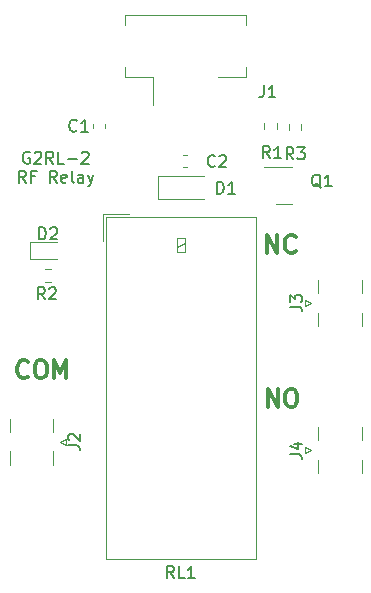
<source format=gbr>
%TF.GenerationSoftware,KiCad,Pcbnew,(6.0.1)*%
%TF.CreationDate,2022-02-11T18:33:40+00:00*%
%TF.ProjectId,Relay_RF_G2RL,52656c61-795f-4524-965f-4732524c2e6b,rev?*%
%TF.SameCoordinates,Original*%
%TF.FileFunction,Legend,Top*%
%TF.FilePolarity,Positive*%
%FSLAX46Y46*%
G04 Gerber Fmt 4.6, Leading zero omitted, Abs format (unit mm)*
G04 Created by KiCad (PCBNEW (6.0.1)) date 2022-02-11 18:33:40*
%MOMM*%
%LPD*%
G01*
G04 APERTURE LIST*
%ADD10C,0.150000*%
%ADD11C,0.300000*%
%ADD12C,0.120000*%
G04 APERTURE END LIST*
D10*
X101798714Y-112258400D02*
X101703476Y-112210780D01*
X101560619Y-112210780D01*
X101417761Y-112258400D01*
X101322523Y-112353638D01*
X101274904Y-112448876D01*
X101227285Y-112639352D01*
X101227285Y-112782209D01*
X101274904Y-112972685D01*
X101322523Y-113067923D01*
X101417761Y-113163161D01*
X101560619Y-113210780D01*
X101655857Y-113210780D01*
X101798714Y-113163161D01*
X101846333Y-113115542D01*
X101846333Y-112782209D01*
X101655857Y-112782209D01*
X102227285Y-112306019D02*
X102274904Y-112258400D01*
X102370142Y-112210780D01*
X102608238Y-112210780D01*
X102703476Y-112258400D01*
X102751095Y-112306019D01*
X102798714Y-112401257D01*
X102798714Y-112496495D01*
X102751095Y-112639352D01*
X102179666Y-113210780D01*
X102798714Y-113210780D01*
X103798714Y-113210780D02*
X103465380Y-112734590D01*
X103227285Y-113210780D02*
X103227285Y-112210780D01*
X103608238Y-112210780D01*
X103703476Y-112258400D01*
X103751095Y-112306019D01*
X103798714Y-112401257D01*
X103798714Y-112544114D01*
X103751095Y-112639352D01*
X103703476Y-112686971D01*
X103608238Y-112734590D01*
X103227285Y-112734590D01*
X104703476Y-113210780D02*
X104227285Y-113210780D01*
X104227285Y-112210780D01*
X105036809Y-112829828D02*
X105798714Y-112829828D01*
X106227285Y-112306019D02*
X106274904Y-112258400D01*
X106370142Y-112210780D01*
X106608238Y-112210780D01*
X106703476Y-112258400D01*
X106751095Y-112306019D01*
X106798714Y-112401257D01*
X106798714Y-112496495D01*
X106751095Y-112639352D01*
X106179666Y-113210780D01*
X106798714Y-113210780D01*
X101489190Y-114820780D02*
X101155857Y-114344590D01*
X100917761Y-114820780D02*
X100917761Y-113820780D01*
X101298714Y-113820780D01*
X101393952Y-113868400D01*
X101441571Y-113916019D01*
X101489190Y-114011257D01*
X101489190Y-114154114D01*
X101441571Y-114249352D01*
X101393952Y-114296971D01*
X101298714Y-114344590D01*
X100917761Y-114344590D01*
X102251095Y-114296971D02*
X101917761Y-114296971D01*
X101917761Y-114820780D02*
X101917761Y-113820780D01*
X102393952Y-113820780D01*
X104108238Y-114820780D02*
X103774904Y-114344590D01*
X103536809Y-114820780D02*
X103536809Y-113820780D01*
X103917761Y-113820780D01*
X104013000Y-113868400D01*
X104060619Y-113916019D01*
X104108238Y-114011257D01*
X104108238Y-114154114D01*
X104060619Y-114249352D01*
X104013000Y-114296971D01*
X103917761Y-114344590D01*
X103536809Y-114344590D01*
X104917761Y-114773161D02*
X104822523Y-114820780D01*
X104632047Y-114820780D01*
X104536809Y-114773161D01*
X104489190Y-114677923D01*
X104489190Y-114296971D01*
X104536809Y-114201733D01*
X104632047Y-114154114D01*
X104822523Y-114154114D01*
X104917761Y-114201733D01*
X104965380Y-114296971D01*
X104965380Y-114392209D01*
X104489190Y-114487447D01*
X105536809Y-114820780D02*
X105441571Y-114773161D01*
X105393952Y-114677923D01*
X105393952Y-113820780D01*
X106346333Y-114820780D02*
X106346333Y-114296971D01*
X106298714Y-114201733D01*
X106203476Y-114154114D01*
X106013000Y-114154114D01*
X105917761Y-114201733D01*
X106346333Y-114773161D02*
X106251095Y-114820780D01*
X106013000Y-114820780D01*
X105917761Y-114773161D01*
X105870142Y-114677923D01*
X105870142Y-114582685D01*
X105917761Y-114487447D01*
X106013000Y-114439828D01*
X106251095Y-114439828D01*
X106346333Y-114392209D01*
X106727285Y-114154114D02*
X106965380Y-114820780D01*
X107203476Y-114154114D02*
X106965380Y-114820780D01*
X106870142Y-115058876D01*
X106822523Y-115106495D01*
X106727285Y-115154114D01*
D11*
X121950314Y-133825371D02*
X121950314Y-132325371D01*
X122807457Y-133825371D01*
X122807457Y-132325371D01*
X123807457Y-132325371D02*
X124093171Y-132325371D01*
X124236028Y-132396800D01*
X124378885Y-132539657D01*
X124450314Y-132825371D01*
X124450314Y-133325371D01*
X124378885Y-133611085D01*
X124236028Y-133753942D01*
X124093171Y-133825371D01*
X123807457Y-133825371D01*
X123664600Y-133753942D01*
X123521742Y-133611085D01*
X123450314Y-133325371D01*
X123450314Y-132825371D01*
X123521742Y-132539657D01*
X123664600Y-132396800D01*
X123807457Y-132325371D01*
X101666028Y-131244114D02*
X101594600Y-131315542D01*
X101380314Y-131386971D01*
X101237457Y-131386971D01*
X101023171Y-131315542D01*
X100880314Y-131172685D01*
X100808885Y-131029828D01*
X100737457Y-130744114D01*
X100737457Y-130529828D01*
X100808885Y-130244114D01*
X100880314Y-130101257D01*
X101023171Y-129958400D01*
X101237457Y-129886971D01*
X101380314Y-129886971D01*
X101594600Y-129958400D01*
X101666028Y-130029828D01*
X102594600Y-129886971D02*
X102880314Y-129886971D01*
X103023171Y-129958400D01*
X103166028Y-130101257D01*
X103237457Y-130386971D01*
X103237457Y-130886971D01*
X103166028Y-131172685D01*
X103023171Y-131315542D01*
X102880314Y-131386971D01*
X102594600Y-131386971D01*
X102451742Y-131315542D01*
X102308885Y-131172685D01*
X102237457Y-130886971D01*
X102237457Y-130386971D01*
X102308885Y-130101257D01*
X102451742Y-129958400D01*
X102594600Y-129886971D01*
X103880314Y-131386971D02*
X103880314Y-129886971D01*
X104380314Y-130958400D01*
X104880314Y-129886971D01*
X104880314Y-131386971D01*
X121884428Y-120769771D02*
X121884428Y-119269771D01*
X122741571Y-120769771D01*
X122741571Y-119269771D01*
X124313000Y-120626914D02*
X124241571Y-120698342D01*
X124027285Y-120769771D01*
X123884428Y-120769771D01*
X123670142Y-120698342D01*
X123527285Y-120555485D01*
X123455857Y-120412628D01*
X123384428Y-120126914D01*
X123384428Y-119912628D01*
X123455857Y-119626914D01*
X123527285Y-119484057D01*
X123670142Y-119341200D01*
X123884428Y-119269771D01*
X124027285Y-119269771D01*
X124241571Y-119341200D01*
X124313000Y-119412628D01*
D10*
%TO.C,J2*%
X105052380Y-137083333D02*
X105766666Y-137083333D01*
X105909523Y-137130952D01*
X106004761Y-137226190D01*
X106052380Y-137369047D01*
X106052380Y-137464285D01*
X105147619Y-136654761D02*
X105100000Y-136607142D01*
X105052380Y-136511904D01*
X105052380Y-136273809D01*
X105100000Y-136178571D01*
X105147619Y-136130952D01*
X105242857Y-136083333D01*
X105338095Y-136083333D01*
X105480952Y-136130952D01*
X106052380Y-136702380D01*
X106052380Y-136083333D01*
%TO.C,R2*%
X103083333Y-124702380D02*
X102750000Y-124226190D01*
X102511904Y-124702380D02*
X102511904Y-123702380D01*
X102892857Y-123702380D01*
X102988095Y-123750000D01*
X103035714Y-123797619D01*
X103083333Y-123892857D01*
X103083333Y-124035714D01*
X103035714Y-124130952D01*
X102988095Y-124178571D01*
X102892857Y-124226190D01*
X102511904Y-124226190D01*
X103464285Y-123797619D02*
X103511904Y-123750000D01*
X103607142Y-123702380D01*
X103845238Y-123702380D01*
X103940476Y-123750000D01*
X103988095Y-123797619D01*
X104035714Y-123892857D01*
X104035714Y-123988095D01*
X103988095Y-124130952D01*
X103416666Y-124702380D01*
X104035714Y-124702380D01*
%TO.C,R1*%
X122133333Y-112752380D02*
X121800000Y-112276190D01*
X121561904Y-112752380D02*
X121561904Y-111752380D01*
X121942857Y-111752380D01*
X122038095Y-111800000D01*
X122085714Y-111847619D01*
X122133333Y-111942857D01*
X122133333Y-112085714D01*
X122085714Y-112180952D01*
X122038095Y-112228571D01*
X121942857Y-112276190D01*
X121561904Y-112276190D01*
X123085714Y-112752380D02*
X122514285Y-112752380D01*
X122800000Y-112752380D02*
X122800000Y-111752380D01*
X122704761Y-111895238D01*
X122609523Y-111990476D01*
X122514285Y-112038095D01*
%TO.C,C2*%
X117483333Y-113407142D02*
X117435714Y-113454761D01*
X117292857Y-113502380D01*
X117197619Y-113502380D01*
X117054761Y-113454761D01*
X116959523Y-113359523D01*
X116911904Y-113264285D01*
X116864285Y-113073809D01*
X116864285Y-112930952D01*
X116911904Y-112740476D01*
X116959523Y-112645238D01*
X117054761Y-112550000D01*
X117197619Y-112502380D01*
X117292857Y-112502380D01*
X117435714Y-112550000D01*
X117483333Y-112597619D01*
X117864285Y-112597619D02*
X117911904Y-112550000D01*
X118007142Y-112502380D01*
X118245238Y-112502380D01*
X118340476Y-112550000D01*
X118388095Y-112597619D01*
X118435714Y-112692857D01*
X118435714Y-112788095D01*
X118388095Y-112930952D01*
X117816666Y-113502380D01*
X118435714Y-113502380D01*
%TO.C,R3*%
X124133333Y-112852380D02*
X123800000Y-112376190D01*
X123561904Y-112852380D02*
X123561904Y-111852380D01*
X123942857Y-111852380D01*
X124038095Y-111900000D01*
X124085714Y-111947619D01*
X124133333Y-112042857D01*
X124133333Y-112185714D01*
X124085714Y-112280952D01*
X124038095Y-112328571D01*
X123942857Y-112376190D01*
X123561904Y-112376190D01*
X124466666Y-111852380D02*
X125085714Y-111852380D01*
X124752380Y-112233333D01*
X124895238Y-112233333D01*
X124990476Y-112280952D01*
X125038095Y-112328571D01*
X125085714Y-112423809D01*
X125085714Y-112661904D01*
X125038095Y-112757142D01*
X124990476Y-112804761D01*
X124895238Y-112852380D01*
X124609523Y-112852380D01*
X124514285Y-112804761D01*
X124466666Y-112757142D01*
%TO.C,C1*%
X105783333Y-110407142D02*
X105735714Y-110454761D01*
X105592857Y-110502380D01*
X105497619Y-110502380D01*
X105354761Y-110454761D01*
X105259523Y-110359523D01*
X105211904Y-110264285D01*
X105164285Y-110073809D01*
X105164285Y-109930952D01*
X105211904Y-109740476D01*
X105259523Y-109645238D01*
X105354761Y-109550000D01*
X105497619Y-109502380D01*
X105592857Y-109502380D01*
X105735714Y-109550000D01*
X105783333Y-109597619D01*
X106735714Y-110502380D02*
X106164285Y-110502380D01*
X106450000Y-110502380D02*
X106450000Y-109502380D01*
X106354761Y-109645238D01*
X106259523Y-109740476D01*
X106164285Y-109788095D01*
%TO.C,J1*%
X121616666Y-106602380D02*
X121616666Y-107316666D01*
X121569047Y-107459523D01*
X121473809Y-107554761D01*
X121330952Y-107602380D01*
X121235714Y-107602380D01*
X122616666Y-107602380D02*
X122045238Y-107602380D01*
X122330952Y-107602380D02*
X122330952Y-106602380D01*
X122235714Y-106745238D01*
X122140476Y-106840476D01*
X122045238Y-106888095D01*
%TO.C,J4*%
X123852380Y-137833333D02*
X124566666Y-137833333D01*
X124709523Y-137880952D01*
X124804761Y-137976190D01*
X124852380Y-138119047D01*
X124852380Y-138214285D01*
X124185714Y-136928571D02*
X124852380Y-136928571D01*
X123804761Y-137166666D02*
X124519047Y-137404761D01*
X124519047Y-136785714D01*
%TO.C,D2*%
X102599404Y-119622380D02*
X102599404Y-118622380D01*
X102837500Y-118622380D01*
X102980357Y-118670000D01*
X103075595Y-118765238D01*
X103123214Y-118860476D01*
X103170833Y-119050952D01*
X103170833Y-119193809D01*
X103123214Y-119384285D01*
X103075595Y-119479523D01*
X102980357Y-119574761D01*
X102837500Y-119622380D01*
X102599404Y-119622380D01*
X103551785Y-118717619D02*
X103599404Y-118670000D01*
X103694642Y-118622380D01*
X103932738Y-118622380D01*
X104027976Y-118670000D01*
X104075595Y-118717619D01*
X104123214Y-118812857D01*
X104123214Y-118908095D01*
X104075595Y-119050952D01*
X103504166Y-119622380D01*
X104123214Y-119622380D01*
%TO.C,Q1*%
X126454761Y-115247619D02*
X126359523Y-115200000D01*
X126264285Y-115104761D01*
X126121428Y-114961904D01*
X126026190Y-114914285D01*
X125930952Y-114914285D01*
X125978571Y-115152380D02*
X125883333Y-115104761D01*
X125788095Y-115009523D01*
X125740476Y-114819047D01*
X125740476Y-114485714D01*
X125788095Y-114295238D01*
X125883333Y-114200000D01*
X125978571Y-114152380D01*
X126169047Y-114152380D01*
X126264285Y-114200000D01*
X126359523Y-114295238D01*
X126407142Y-114485714D01*
X126407142Y-114819047D01*
X126359523Y-115009523D01*
X126264285Y-115104761D01*
X126169047Y-115152380D01*
X125978571Y-115152380D01*
X127359523Y-115152380D02*
X126788095Y-115152380D01*
X127073809Y-115152380D02*
X127073809Y-114152380D01*
X126978571Y-114295238D01*
X126883333Y-114390476D01*
X126788095Y-114438095D01*
%TO.C,RL1*%
X114028571Y-148302380D02*
X113695238Y-147826190D01*
X113457142Y-148302380D02*
X113457142Y-147302380D01*
X113838095Y-147302380D01*
X113933333Y-147350000D01*
X113980952Y-147397619D01*
X114028571Y-147492857D01*
X114028571Y-147635714D01*
X113980952Y-147730952D01*
X113933333Y-147778571D01*
X113838095Y-147826190D01*
X113457142Y-147826190D01*
X114933333Y-148302380D02*
X114457142Y-148302380D01*
X114457142Y-147302380D01*
X115790476Y-148302380D02*
X115219047Y-148302380D01*
X115504761Y-148302380D02*
X115504761Y-147302380D01*
X115409523Y-147445238D01*
X115314285Y-147540476D01*
X115219047Y-147588095D01*
%TO.C,J3*%
X123852380Y-125333333D02*
X124566666Y-125333333D01*
X124709523Y-125380952D01*
X124804761Y-125476190D01*
X124852380Y-125619047D01*
X124852380Y-125714285D01*
X123852380Y-124952380D02*
X123852380Y-124333333D01*
X124233333Y-124666666D01*
X124233333Y-124523809D01*
X124280952Y-124428571D01*
X124328571Y-124380952D01*
X124423809Y-124333333D01*
X124661904Y-124333333D01*
X124757142Y-124380952D01*
X124804761Y-124428571D01*
X124852380Y-124523809D01*
X124852380Y-124809523D01*
X124804761Y-124904761D01*
X124757142Y-124952380D01*
%TO.C,D1*%
X117661904Y-115752380D02*
X117661904Y-114752380D01*
X117900000Y-114752380D01*
X118042857Y-114800000D01*
X118138095Y-114895238D01*
X118185714Y-114990476D01*
X118233333Y-115180952D01*
X118233333Y-115323809D01*
X118185714Y-115514285D01*
X118138095Y-115609523D01*
X118042857Y-115704761D01*
X117900000Y-115752380D01*
X117661904Y-115752380D01*
X119185714Y-115752380D02*
X118614285Y-115752380D01*
X118900000Y-115752380D02*
X118900000Y-114752380D01*
X118804761Y-114895238D01*
X118709523Y-114990476D01*
X118614285Y-115038095D01*
D12*
%TO.C,J2*%
X104860000Y-137000000D02*
X104860000Y-136500000D01*
X103810000Y-137590000D02*
X103810000Y-138700000D01*
X104860000Y-136500000D02*
X104360000Y-136750000D01*
X104360000Y-136750000D02*
X104860000Y-137000000D01*
X100100000Y-134800000D02*
X100100000Y-135910000D01*
X103810000Y-134800000D02*
X103810000Y-135910000D01*
X100100000Y-137590000D02*
X100100000Y-138700000D01*
%TO.C,R2*%
X103612258Y-123222500D02*
X103137742Y-123222500D01*
X103612258Y-122177500D02*
X103137742Y-122177500D01*
%TO.C,R1*%
X122722500Y-110287258D02*
X122722500Y-109812742D01*
X121677500Y-110287258D02*
X121677500Y-109812742D01*
%TO.C,C2*%
X115090580Y-112490000D02*
X114809420Y-112490000D01*
X115090580Y-113510000D02*
X114809420Y-113510000D01*
%TO.C,R3*%
X124772500Y-109862742D02*
X124772500Y-110337258D01*
X123727500Y-109862742D02*
X123727500Y-110337258D01*
%TO.C,C1*%
X107140000Y-110165580D02*
X107140000Y-109884420D01*
X108160000Y-110165580D02*
X108160000Y-109884420D01*
%TO.C,J1*%
X112240000Y-105860000D02*
X112240000Y-108250000D01*
X109915000Y-105010000D02*
X109915000Y-105860000D01*
X109915000Y-101490000D02*
X109915000Y-100640000D01*
X120085000Y-100640000D02*
X120085000Y-101490000D01*
X120085000Y-105010000D02*
X120085000Y-105860000D01*
X120085000Y-105860000D02*
X117760000Y-105860000D01*
X109915000Y-100640000D02*
X120085000Y-100640000D01*
X109915000Y-105860000D02*
X112240000Y-105860000D01*
%TO.C,J4*%
X129900000Y-139450000D02*
X129900000Y-138340000D01*
X125140000Y-137750000D02*
X125640000Y-137500000D01*
X126190000Y-139450000D02*
X126190000Y-138340000D01*
X129900000Y-136660000D02*
X129900000Y-135550000D01*
X125640000Y-137500000D02*
X125140000Y-137250000D01*
X125140000Y-137250000D02*
X125140000Y-137750000D01*
X126190000Y-136660000D02*
X126190000Y-135550000D01*
%TO.C,D2*%
X104137500Y-119865000D02*
X101852500Y-119865000D01*
X101852500Y-121335000D02*
X104137500Y-121335000D01*
X101852500Y-119865000D02*
X101852500Y-121335000D01*
%TO.C,Q1*%
X123337500Y-116660000D02*
X122687500Y-116660000D01*
X123337500Y-113540000D02*
X121662500Y-113540000D01*
X123337500Y-116660000D02*
X123987500Y-116660000D01*
X123337500Y-113540000D02*
X123987500Y-113540000D01*
%TO.C,RL1*%
X114250000Y-120300000D02*
X114950000Y-119900000D01*
X114950000Y-119500000D02*
X114250000Y-119500000D01*
X120950000Y-117700000D02*
X108250000Y-117700000D01*
X120950000Y-146700000D02*
X120950000Y-117700000D01*
X108250000Y-117700000D02*
X108250000Y-146700000D01*
X108010000Y-117460000D02*
X110200000Y-117460000D01*
X114250000Y-120700000D02*
X114950000Y-120700000D01*
X108010000Y-119800000D02*
X108010000Y-117460000D01*
X114250000Y-119500000D02*
X114250000Y-120700000D01*
X108250000Y-146700000D02*
X120950000Y-146700000D01*
X114950000Y-120700000D02*
X114950000Y-119500000D01*
%TO.C,J3*%
X125140000Y-124750000D02*
X125140000Y-125250000D01*
X129900000Y-126950000D02*
X129900000Y-125840000D01*
X129900000Y-124160000D02*
X129900000Y-123050000D01*
X126190000Y-126950000D02*
X126190000Y-125840000D01*
X125140000Y-125250000D02*
X125640000Y-125000000D01*
X126190000Y-124160000D02*
X126190000Y-123050000D01*
X125640000Y-125000000D02*
X125140000Y-124750000D01*
%TO.C,D1*%
X112700000Y-116250000D02*
X116600000Y-116250000D01*
X112700000Y-114250000D02*
X116600000Y-114250000D01*
X112700000Y-114250000D02*
X112700000Y-116250000D01*
%TD*%
M02*

</source>
